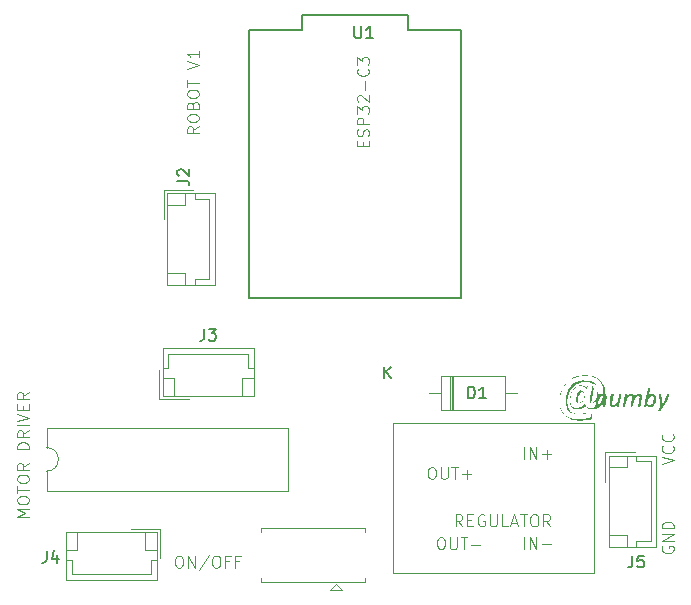
<source format=gto>
%TF.GenerationSoftware,KiCad,Pcbnew,8.0.8*%
%TF.CreationDate,2025-02-18T09:35:39+01:00*%
%TF.ProjectId,Robot,526f626f-742e-46b6-9963-61645f706362,rev?*%
%TF.SameCoordinates,Original*%
%TF.FileFunction,Legend,Top*%
%TF.FilePolarity,Positive*%
%FSLAX46Y46*%
G04 Gerber Fmt 4.6, Leading zero omitted, Abs format (unit mm)*
G04 Created by KiCad (PCBNEW 8.0.8) date 2025-02-18 09:35:39*
%MOMM*%
%LPD*%
G01*
G04 APERTURE LIST*
%ADD10C,0.100000*%
%ADD11C,0.150000*%
%ADD12C,0.000000*%
%ADD13C,0.120000*%
%ADD14C,0.127000*%
G04 APERTURE END LIST*
D10*
X90972419Y-113059001D02*
X90496228Y-113392334D01*
X90972419Y-113630429D02*
X89972419Y-113630429D01*
X89972419Y-113630429D02*
X89972419Y-113249477D01*
X89972419Y-113249477D02*
X90020038Y-113154239D01*
X90020038Y-113154239D02*
X90067657Y-113106620D01*
X90067657Y-113106620D02*
X90162895Y-113059001D01*
X90162895Y-113059001D02*
X90305752Y-113059001D01*
X90305752Y-113059001D02*
X90400990Y-113106620D01*
X90400990Y-113106620D02*
X90448609Y-113154239D01*
X90448609Y-113154239D02*
X90496228Y-113249477D01*
X90496228Y-113249477D02*
X90496228Y-113630429D01*
X89972419Y-112439953D02*
X89972419Y-112249477D01*
X89972419Y-112249477D02*
X90020038Y-112154239D01*
X90020038Y-112154239D02*
X90115276Y-112059001D01*
X90115276Y-112059001D02*
X90305752Y-112011382D01*
X90305752Y-112011382D02*
X90639085Y-112011382D01*
X90639085Y-112011382D02*
X90829561Y-112059001D01*
X90829561Y-112059001D02*
X90924800Y-112154239D01*
X90924800Y-112154239D02*
X90972419Y-112249477D01*
X90972419Y-112249477D02*
X90972419Y-112439953D01*
X90972419Y-112439953D02*
X90924800Y-112535191D01*
X90924800Y-112535191D02*
X90829561Y-112630429D01*
X90829561Y-112630429D02*
X90639085Y-112678048D01*
X90639085Y-112678048D02*
X90305752Y-112678048D01*
X90305752Y-112678048D02*
X90115276Y-112630429D01*
X90115276Y-112630429D02*
X90020038Y-112535191D01*
X90020038Y-112535191D02*
X89972419Y-112439953D01*
X90448609Y-111249477D02*
X90496228Y-111106620D01*
X90496228Y-111106620D02*
X90543847Y-111059001D01*
X90543847Y-111059001D02*
X90639085Y-111011382D01*
X90639085Y-111011382D02*
X90781942Y-111011382D01*
X90781942Y-111011382D02*
X90877180Y-111059001D01*
X90877180Y-111059001D02*
X90924800Y-111106620D01*
X90924800Y-111106620D02*
X90972419Y-111201858D01*
X90972419Y-111201858D02*
X90972419Y-111582810D01*
X90972419Y-111582810D02*
X89972419Y-111582810D01*
X89972419Y-111582810D02*
X89972419Y-111249477D01*
X89972419Y-111249477D02*
X90020038Y-111154239D01*
X90020038Y-111154239D02*
X90067657Y-111106620D01*
X90067657Y-111106620D02*
X90162895Y-111059001D01*
X90162895Y-111059001D02*
X90258133Y-111059001D01*
X90258133Y-111059001D02*
X90353371Y-111106620D01*
X90353371Y-111106620D02*
X90400990Y-111154239D01*
X90400990Y-111154239D02*
X90448609Y-111249477D01*
X90448609Y-111249477D02*
X90448609Y-111582810D01*
X89972419Y-110392334D02*
X89972419Y-110201858D01*
X89972419Y-110201858D02*
X90020038Y-110106620D01*
X90020038Y-110106620D02*
X90115276Y-110011382D01*
X90115276Y-110011382D02*
X90305752Y-109963763D01*
X90305752Y-109963763D02*
X90639085Y-109963763D01*
X90639085Y-109963763D02*
X90829561Y-110011382D01*
X90829561Y-110011382D02*
X90924800Y-110106620D01*
X90924800Y-110106620D02*
X90972419Y-110201858D01*
X90972419Y-110201858D02*
X90972419Y-110392334D01*
X90972419Y-110392334D02*
X90924800Y-110487572D01*
X90924800Y-110487572D02*
X90829561Y-110582810D01*
X90829561Y-110582810D02*
X90639085Y-110630429D01*
X90639085Y-110630429D02*
X90305752Y-110630429D01*
X90305752Y-110630429D02*
X90115276Y-110582810D01*
X90115276Y-110582810D02*
X90020038Y-110487572D01*
X90020038Y-110487572D02*
X89972419Y-110392334D01*
X89972419Y-109678048D02*
X89972419Y-109106620D01*
X90972419Y-109392334D02*
X89972419Y-109392334D01*
X89972419Y-108154238D02*
X90972419Y-107820905D01*
X90972419Y-107820905D02*
X89972419Y-107487572D01*
X90972419Y-106630429D02*
X90972419Y-107201857D01*
X90972419Y-106916143D02*
X89972419Y-106916143D01*
X89972419Y-106916143D02*
X90115276Y-107011381D01*
X90115276Y-107011381D02*
X90210514Y-107106619D01*
X90210514Y-107106619D02*
X90258133Y-107201857D01*
X130220038Y-148606620D02*
X130172419Y-148701858D01*
X130172419Y-148701858D02*
X130172419Y-148844715D01*
X130172419Y-148844715D02*
X130220038Y-148987572D01*
X130220038Y-148987572D02*
X130315276Y-149082810D01*
X130315276Y-149082810D02*
X130410514Y-149130429D01*
X130410514Y-149130429D02*
X130600990Y-149178048D01*
X130600990Y-149178048D02*
X130743847Y-149178048D01*
X130743847Y-149178048D02*
X130934323Y-149130429D01*
X130934323Y-149130429D02*
X131029561Y-149082810D01*
X131029561Y-149082810D02*
X131124800Y-148987572D01*
X131124800Y-148987572D02*
X131172419Y-148844715D01*
X131172419Y-148844715D02*
X131172419Y-148749477D01*
X131172419Y-148749477D02*
X131124800Y-148606620D01*
X131124800Y-148606620D02*
X131077180Y-148559001D01*
X131077180Y-148559001D02*
X130743847Y-148559001D01*
X130743847Y-148559001D02*
X130743847Y-148749477D01*
X131172419Y-148130429D02*
X130172419Y-148130429D01*
X130172419Y-148130429D02*
X131172419Y-147559001D01*
X131172419Y-147559001D02*
X130172419Y-147559001D01*
X131172419Y-147082810D02*
X130172419Y-147082810D01*
X130172419Y-147082810D02*
X130172419Y-146844715D01*
X130172419Y-146844715D02*
X130220038Y-146701858D01*
X130220038Y-146701858D02*
X130315276Y-146606620D01*
X130315276Y-146606620D02*
X130410514Y-146559001D01*
X130410514Y-146559001D02*
X130600990Y-146511382D01*
X130600990Y-146511382D02*
X130743847Y-146511382D01*
X130743847Y-146511382D02*
X130934323Y-146559001D01*
X130934323Y-146559001D02*
X131029561Y-146606620D01*
X131029561Y-146606620D02*
X131124800Y-146701858D01*
X131124800Y-146701858D02*
X131172419Y-146844715D01*
X131172419Y-146844715D02*
X131172419Y-147082810D01*
X104848609Y-114730429D02*
X104848609Y-114397096D01*
X105372419Y-114254239D02*
X105372419Y-114730429D01*
X105372419Y-114730429D02*
X104372419Y-114730429D01*
X104372419Y-114730429D02*
X104372419Y-114254239D01*
X105324800Y-113873286D02*
X105372419Y-113730429D01*
X105372419Y-113730429D02*
X105372419Y-113492334D01*
X105372419Y-113492334D02*
X105324800Y-113397096D01*
X105324800Y-113397096D02*
X105277180Y-113349477D01*
X105277180Y-113349477D02*
X105181942Y-113301858D01*
X105181942Y-113301858D02*
X105086704Y-113301858D01*
X105086704Y-113301858D02*
X104991466Y-113349477D01*
X104991466Y-113349477D02*
X104943847Y-113397096D01*
X104943847Y-113397096D02*
X104896228Y-113492334D01*
X104896228Y-113492334D02*
X104848609Y-113682810D01*
X104848609Y-113682810D02*
X104800990Y-113778048D01*
X104800990Y-113778048D02*
X104753371Y-113825667D01*
X104753371Y-113825667D02*
X104658133Y-113873286D01*
X104658133Y-113873286D02*
X104562895Y-113873286D01*
X104562895Y-113873286D02*
X104467657Y-113825667D01*
X104467657Y-113825667D02*
X104420038Y-113778048D01*
X104420038Y-113778048D02*
X104372419Y-113682810D01*
X104372419Y-113682810D02*
X104372419Y-113444715D01*
X104372419Y-113444715D02*
X104420038Y-113301858D01*
X105372419Y-112873286D02*
X104372419Y-112873286D01*
X104372419Y-112873286D02*
X104372419Y-112492334D01*
X104372419Y-112492334D02*
X104420038Y-112397096D01*
X104420038Y-112397096D02*
X104467657Y-112349477D01*
X104467657Y-112349477D02*
X104562895Y-112301858D01*
X104562895Y-112301858D02*
X104705752Y-112301858D01*
X104705752Y-112301858D02*
X104800990Y-112349477D01*
X104800990Y-112349477D02*
X104848609Y-112397096D01*
X104848609Y-112397096D02*
X104896228Y-112492334D01*
X104896228Y-112492334D02*
X104896228Y-112873286D01*
X104372419Y-111968524D02*
X104372419Y-111349477D01*
X104372419Y-111349477D02*
X104753371Y-111682810D01*
X104753371Y-111682810D02*
X104753371Y-111539953D01*
X104753371Y-111539953D02*
X104800990Y-111444715D01*
X104800990Y-111444715D02*
X104848609Y-111397096D01*
X104848609Y-111397096D02*
X104943847Y-111349477D01*
X104943847Y-111349477D02*
X105181942Y-111349477D01*
X105181942Y-111349477D02*
X105277180Y-111397096D01*
X105277180Y-111397096D02*
X105324800Y-111444715D01*
X105324800Y-111444715D02*
X105372419Y-111539953D01*
X105372419Y-111539953D02*
X105372419Y-111825667D01*
X105372419Y-111825667D02*
X105324800Y-111920905D01*
X105324800Y-111920905D02*
X105277180Y-111968524D01*
X104467657Y-110968524D02*
X104420038Y-110920905D01*
X104420038Y-110920905D02*
X104372419Y-110825667D01*
X104372419Y-110825667D02*
X104372419Y-110587572D01*
X104372419Y-110587572D02*
X104420038Y-110492334D01*
X104420038Y-110492334D02*
X104467657Y-110444715D01*
X104467657Y-110444715D02*
X104562895Y-110397096D01*
X104562895Y-110397096D02*
X104658133Y-110397096D01*
X104658133Y-110397096D02*
X104800990Y-110444715D01*
X104800990Y-110444715D02*
X105372419Y-111016143D01*
X105372419Y-111016143D02*
X105372419Y-110397096D01*
X104991466Y-109968524D02*
X104991466Y-109206620D01*
X105277180Y-108159001D02*
X105324800Y-108206620D01*
X105324800Y-108206620D02*
X105372419Y-108349477D01*
X105372419Y-108349477D02*
X105372419Y-108444715D01*
X105372419Y-108444715D02*
X105324800Y-108587572D01*
X105324800Y-108587572D02*
X105229561Y-108682810D01*
X105229561Y-108682810D02*
X105134323Y-108730429D01*
X105134323Y-108730429D02*
X104943847Y-108778048D01*
X104943847Y-108778048D02*
X104800990Y-108778048D01*
X104800990Y-108778048D02*
X104610514Y-108730429D01*
X104610514Y-108730429D02*
X104515276Y-108682810D01*
X104515276Y-108682810D02*
X104420038Y-108587572D01*
X104420038Y-108587572D02*
X104372419Y-108444715D01*
X104372419Y-108444715D02*
X104372419Y-108349477D01*
X104372419Y-108349477D02*
X104420038Y-108206620D01*
X104420038Y-108206620D02*
X104467657Y-108159001D01*
X104372419Y-107825667D02*
X104372419Y-107206620D01*
X104372419Y-107206620D02*
X104753371Y-107539953D01*
X104753371Y-107539953D02*
X104753371Y-107397096D01*
X104753371Y-107397096D02*
X104800990Y-107301858D01*
X104800990Y-107301858D02*
X104848609Y-107254239D01*
X104848609Y-107254239D02*
X104943847Y-107206620D01*
X104943847Y-107206620D02*
X105181942Y-107206620D01*
X105181942Y-107206620D02*
X105277180Y-107254239D01*
X105277180Y-107254239D02*
X105324800Y-107301858D01*
X105324800Y-107301858D02*
X105372419Y-107397096D01*
X105372419Y-107397096D02*
X105372419Y-107682810D01*
X105372419Y-107682810D02*
X105324800Y-107778048D01*
X105324800Y-107778048D02*
X105277180Y-107825667D01*
X89194360Y-149406733D02*
X89384836Y-149406733D01*
X89384836Y-149406733D02*
X89480074Y-149454352D01*
X89480074Y-149454352D02*
X89575312Y-149549590D01*
X89575312Y-149549590D02*
X89622931Y-149740066D01*
X89622931Y-149740066D02*
X89622931Y-150073399D01*
X89622931Y-150073399D02*
X89575312Y-150263875D01*
X89575312Y-150263875D02*
X89480074Y-150359114D01*
X89480074Y-150359114D02*
X89384836Y-150406733D01*
X89384836Y-150406733D02*
X89194360Y-150406733D01*
X89194360Y-150406733D02*
X89099122Y-150359114D01*
X89099122Y-150359114D02*
X89003884Y-150263875D01*
X89003884Y-150263875D02*
X88956265Y-150073399D01*
X88956265Y-150073399D02*
X88956265Y-149740066D01*
X88956265Y-149740066D02*
X89003884Y-149549590D01*
X89003884Y-149549590D02*
X89099122Y-149454352D01*
X89099122Y-149454352D02*
X89194360Y-149406733D01*
X90051503Y-150406733D02*
X90051503Y-149406733D01*
X90051503Y-149406733D02*
X90622931Y-150406733D01*
X90622931Y-150406733D02*
X90622931Y-149406733D01*
X91813407Y-149359114D02*
X90956265Y-150644828D01*
X92337217Y-149406733D02*
X92527693Y-149406733D01*
X92527693Y-149406733D02*
X92622931Y-149454352D01*
X92622931Y-149454352D02*
X92718169Y-149549590D01*
X92718169Y-149549590D02*
X92765788Y-149740066D01*
X92765788Y-149740066D02*
X92765788Y-150073399D01*
X92765788Y-150073399D02*
X92718169Y-150263875D01*
X92718169Y-150263875D02*
X92622931Y-150359114D01*
X92622931Y-150359114D02*
X92527693Y-150406733D01*
X92527693Y-150406733D02*
X92337217Y-150406733D01*
X92337217Y-150406733D02*
X92241979Y-150359114D01*
X92241979Y-150359114D02*
X92146741Y-150263875D01*
X92146741Y-150263875D02*
X92099122Y-150073399D01*
X92099122Y-150073399D02*
X92099122Y-149740066D01*
X92099122Y-149740066D02*
X92146741Y-149549590D01*
X92146741Y-149549590D02*
X92241979Y-149454352D01*
X92241979Y-149454352D02*
X92337217Y-149406733D01*
X93527693Y-149882923D02*
X93194360Y-149882923D01*
X93194360Y-150406733D02*
X93194360Y-149406733D01*
X93194360Y-149406733D02*
X93670550Y-149406733D01*
X94384836Y-149882923D02*
X94051503Y-149882923D01*
X94051503Y-150406733D02*
X94051503Y-149406733D01*
X94051503Y-149406733D02*
X94527693Y-149406733D01*
X130172419Y-141673286D02*
X131172419Y-141339953D01*
X131172419Y-141339953D02*
X130172419Y-141006620D01*
X131077180Y-140101858D02*
X131124800Y-140149477D01*
X131124800Y-140149477D02*
X131172419Y-140292334D01*
X131172419Y-140292334D02*
X131172419Y-140387572D01*
X131172419Y-140387572D02*
X131124800Y-140530429D01*
X131124800Y-140530429D02*
X131029561Y-140625667D01*
X131029561Y-140625667D02*
X130934323Y-140673286D01*
X130934323Y-140673286D02*
X130743847Y-140720905D01*
X130743847Y-140720905D02*
X130600990Y-140720905D01*
X130600990Y-140720905D02*
X130410514Y-140673286D01*
X130410514Y-140673286D02*
X130315276Y-140625667D01*
X130315276Y-140625667D02*
X130220038Y-140530429D01*
X130220038Y-140530429D02*
X130172419Y-140387572D01*
X130172419Y-140387572D02*
X130172419Y-140292334D01*
X130172419Y-140292334D02*
X130220038Y-140149477D01*
X130220038Y-140149477D02*
X130267657Y-140101858D01*
X131077180Y-139101858D02*
X131124800Y-139149477D01*
X131124800Y-139149477D02*
X131172419Y-139292334D01*
X131172419Y-139292334D02*
X131172419Y-139387572D01*
X131172419Y-139387572D02*
X131124800Y-139530429D01*
X131124800Y-139530429D02*
X131029561Y-139625667D01*
X131029561Y-139625667D02*
X130934323Y-139673286D01*
X130934323Y-139673286D02*
X130743847Y-139720905D01*
X130743847Y-139720905D02*
X130600990Y-139720905D01*
X130600990Y-139720905D02*
X130410514Y-139673286D01*
X130410514Y-139673286D02*
X130315276Y-139625667D01*
X130315276Y-139625667D02*
X130220038Y-139530429D01*
X130220038Y-139530429D02*
X130172419Y-139387572D01*
X130172419Y-139387572D02*
X130172419Y-139292334D01*
X130172419Y-139292334D02*
X130220038Y-139149477D01*
X130220038Y-139149477D02*
X130267657Y-139101858D01*
X113275312Y-146906733D02*
X112941979Y-146430542D01*
X112703884Y-146906733D02*
X112703884Y-145906733D01*
X112703884Y-145906733D02*
X113084836Y-145906733D01*
X113084836Y-145906733D02*
X113180074Y-145954352D01*
X113180074Y-145954352D02*
X113227693Y-146001971D01*
X113227693Y-146001971D02*
X113275312Y-146097209D01*
X113275312Y-146097209D02*
X113275312Y-146240066D01*
X113275312Y-146240066D02*
X113227693Y-146335304D01*
X113227693Y-146335304D02*
X113180074Y-146382923D01*
X113180074Y-146382923D02*
X113084836Y-146430542D01*
X113084836Y-146430542D02*
X112703884Y-146430542D01*
X113703884Y-146382923D02*
X114037217Y-146382923D01*
X114180074Y-146906733D02*
X113703884Y-146906733D01*
X113703884Y-146906733D02*
X113703884Y-145906733D01*
X113703884Y-145906733D02*
X114180074Y-145906733D01*
X115132455Y-145954352D02*
X115037217Y-145906733D01*
X115037217Y-145906733D02*
X114894360Y-145906733D01*
X114894360Y-145906733D02*
X114751503Y-145954352D01*
X114751503Y-145954352D02*
X114656265Y-146049590D01*
X114656265Y-146049590D02*
X114608646Y-146144828D01*
X114608646Y-146144828D02*
X114561027Y-146335304D01*
X114561027Y-146335304D02*
X114561027Y-146478161D01*
X114561027Y-146478161D02*
X114608646Y-146668637D01*
X114608646Y-146668637D02*
X114656265Y-146763875D01*
X114656265Y-146763875D02*
X114751503Y-146859114D01*
X114751503Y-146859114D02*
X114894360Y-146906733D01*
X114894360Y-146906733D02*
X114989598Y-146906733D01*
X114989598Y-146906733D02*
X115132455Y-146859114D01*
X115132455Y-146859114D02*
X115180074Y-146811494D01*
X115180074Y-146811494D02*
X115180074Y-146478161D01*
X115180074Y-146478161D02*
X114989598Y-146478161D01*
X115608646Y-145906733D02*
X115608646Y-146716256D01*
X115608646Y-146716256D02*
X115656265Y-146811494D01*
X115656265Y-146811494D02*
X115703884Y-146859114D01*
X115703884Y-146859114D02*
X115799122Y-146906733D01*
X115799122Y-146906733D02*
X115989598Y-146906733D01*
X115989598Y-146906733D02*
X116084836Y-146859114D01*
X116084836Y-146859114D02*
X116132455Y-146811494D01*
X116132455Y-146811494D02*
X116180074Y-146716256D01*
X116180074Y-146716256D02*
X116180074Y-145906733D01*
X117132455Y-146906733D02*
X116656265Y-146906733D01*
X116656265Y-146906733D02*
X116656265Y-145906733D01*
X117418170Y-146621018D02*
X117894360Y-146621018D01*
X117322932Y-146906733D02*
X117656265Y-145906733D01*
X117656265Y-145906733D02*
X117989598Y-146906733D01*
X118180075Y-145906733D02*
X118751503Y-145906733D01*
X118465789Y-146906733D02*
X118465789Y-145906733D01*
X119275313Y-145906733D02*
X119465789Y-145906733D01*
X119465789Y-145906733D02*
X119561027Y-145954352D01*
X119561027Y-145954352D02*
X119656265Y-146049590D01*
X119656265Y-146049590D02*
X119703884Y-146240066D01*
X119703884Y-146240066D02*
X119703884Y-146573399D01*
X119703884Y-146573399D02*
X119656265Y-146763875D01*
X119656265Y-146763875D02*
X119561027Y-146859114D01*
X119561027Y-146859114D02*
X119465789Y-146906733D01*
X119465789Y-146906733D02*
X119275313Y-146906733D01*
X119275313Y-146906733D02*
X119180075Y-146859114D01*
X119180075Y-146859114D02*
X119084837Y-146763875D01*
X119084837Y-146763875D02*
X119037218Y-146573399D01*
X119037218Y-146573399D02*
X119037218Y-146240066D01*
X119037218Y-146240066D02*
X119084837Y-146049590D01*
X119084837Y-146049590D02*
X119180075Y-145954352D01*
X119180075Y-145954352D02*
X119275313Y-145906733D01*
X120703884Y-146906733D02*
X120370551Y-146430542D01*
X120132456Y-146906733D02*
X120132456Y-145906733D01*
X120132456Y-145906733D02*
X120513408Y-145906733D01*
X120513408Y-145906733D02*
X120608646Y-145954352D01*
X120608646Y-145954352D02*
X120656265Y-146001971D01*
X120656265Y-146001971D02*
X120703884Y-146097209D01*
X120703884Y-146097209D02*
X120703884Y-146240066D01*
X120703884Y-146240066D02*
X120656265Y-146335304D01*
X120656265Y-146335304D02*
X120608646Y-146382923D01*
X120608646Y-146382923D02*
X120513408Y-146430542D01*
X120513408Y-146430542D02*
X120132456Y-146430542D01*
X76572419Y-146130429D02*
X75572419Y-146130429D01*
X75572419Y-146130429D02*
X76286704Y-145797096D01*
X76286704Y-145797096D02*
X75572419Y-145463763D01*
X75572419Y-145463763D02*
X76572419Y-145463763D01*
X75572419Y-144797096D02*
X75572419Y-144606620D01*
X75572419Y-144606620D02*
X75620038Y-144511382D01*
X75620038Y-144511382D02*
X75715276Y-144416144D01*
X75715276Y-144416144D02*
X75905752Y-144368525D01*
X75905752Y-144368525D02*
X76239085Y-144368525D01*
X76239085Y-144368525D02*
X76429561Y-144416144D01*
X76429561Y-144416144D02*
X76524800Y-144511382D01*
X76524800Y-144511382D02*
X76572419Y-144606620D01*
X76572419Y-144606620D02*
X76572419Y-144797096D01*
X76572419Y-144797096D02*
X76524800Y-144892334D01*
X76524800Y-144892334D02*
X76429561Y-144987572D01*
X76429561Y-144987572D02*
X76239085Y-145035191D01*
X76239085Y-145035191D02*
X75905752Y-145035191D01*
X75905752Y-145035191D02*
X75715276Y-144987572D01*
X75715276Y-144987572D02*
X75620038Y-144892334D01*
X75620038Y-144892334D02*
X75572419Y-144797096D01*
X75572419Y-144082810D02*
X75572419Y-143511382D01*
X76572419Y-143797096D02*
X75572419Y-143797096D01*
X75572419Y-142987572D02*
X75572419Y-142797096D01*
X75572419Y-142797096D02*
X75620038Y-142701858D01*
X75620038Y-142701858D02*
X75715276Y-142606620D01*
X75715276Y-142606620D02*
X75905752Y-142559001D01*
X75905752Y-142559001D02*
X76239085Y-142559001D01*
X76239085Y-142559001D02*
X76429561Y-142606620D01*
X76429561Y-142606620D02*
X76524800Y-142701858D01*
X76524800Y-142701858D02*
X76572419Y-142797096D01*
X76572419Y-142797096D02*
X76572419Y-142987572D01*
X76572419Y-142987572D02*
X76524800Y-143082810D01*
X76524800Y-143082810D02*
X76429561Y-143178048D01*
X76429561Y-143178048D02*
X76239085Y-143225667D01*
X76239085Y-143225667D02*
X75905752Y-143225667D01*
X75905752Y-143225667D02*
X75715276Y-143178048D01*
X75715276Y-143178048D02*
X75620038Y-143082810D01*
X75620038Y-143082810D02*
X75572419Y-142987572D01*
X76572419Y-141559001D02*
X76096228Y-141892334D01*
X76572419Y-142130429D02*
X75572419Y-142130429D01*
X75572419Y-142130429D02*
X75572419Y-141749477D01*
X75572419Y-141749477D02*
X75620038Y-141654239D01*
X75620038Y-141654239D02*
X75667657Y-141606620D01*
X75667657Y-141606620D02*
X75762895Y-141559001D01*
X75762895Y-141559001D02*
X75905752Y-141559001D01*
X75905752Y-141559001D02*
X76000990Y-141606620D01*
X76000990Y-141606620D02*
X76048609Y-141654239D01*
X76048609Y-141654239D02*
X76096228Y-141749477D01*
X76096228Y-141749477D02*
X76096228Y-142130429D01*
X76572419Y-140368524D02*
X75572419Y-140368524D01*
X75572419Y-140368524D02*
X75572419Y-140130429D01*
X75572419Y-140130429D02*
X75620038Y-139987572D01*
X75620038Y-139987572D02*
X75715276Y-139892334D01*
X75715276Y-139892334D02*
X75810514Y-139844715D01*
X75810514Y-139844715D02*
X76000990Y-139797096D01*
X76000990Y-139797096D02*
X76143847Y-139797096D01*
X76143847Y-139797096D02*
X76334323Y-139844715D01*
X76334323Y-139844715D02*
X76429561Y-139892334D01*
X76429561Y-139892334D02*
X76524800Y-139987572D01*
X76524800Y-139987572D02*
X76572419Y-140130429D01*
X76572419Y-140130429D02*
X76572419Y-140368524D01*
X76572419Y-138797096D02*
X76096228Y-139130429D01*
X76572419Y-139368524D02*
X75572419Y-139368524D01*
X75572419Y-139368524D02*
X75572419Y-138987572D01*
X75572419Y-138987572D02*
X75620038Y-138892334D01*
X75620038Y-138892334D02*
X75667657Y-138844715D01*
X75667657Y-138844715D02*
X75762895Y-138797096D01*
X75762895Y-138797096D02*
X75905752Y-138797096D01*
X75905752Y-138797096D02*
X76000990Y-138844715D01*
X76000990Y-138844715D02*
X76048609Y-138892334D01*
X76048609Y-138892334D02*
X76096228Y-138987572D01*
X76096228Y-138987572D02*
X76096228Y-139368524D01*
X76572419Y-138368524D02*
X75572419Y-138368524D01*
X75572419Y-138035191D02*
X76572419Y-137701858D01*
X76572419Y-137701858D02*
X75572419Y-137368525D01*
X76048609Y-137035191D02*
X76048609Y-136701858D01*
X76572419Y-136559001D02*
X76572419Y-137035191D01*
X76572419Y-137035191D02*
X75572419Y-137035191D01*
X75572419Y-137035191D02*
X75572419Y-136559001D01*
X76572419Y-135559001D02*
X76096228Y-135892334D01*
X76572419Y-136130429D02*
X75572419Y-136130429D01*
X75572419Y-136130429D02*
X75572419Y-135749477D01*
X75572419Y-135749477D02*
X75620038Y-135654239D01*
X75620038Y-135654239D02*
X75667657Y-135606620D01*
X75667657Y-135606620D02*
X75762895Y-135559001D01*
X75762895Y-135559001D02*
X75905752Y-135559001D01*
X75905752Y-135559001D02*
X76000990Y-135606620D01*
X76000990Y-135606620D02*
X76048609Y-135654239D01*
X76048609Y-135654239D02*
X76096228Y-135749477D01*
X76096228Y-135749477D02*
X76096228Y-136130429D01*
D11*
X78066666Y-148989133D02*
X78066666Y-149703418D01*
X78066666Y-149703418D02*
X78019047Y-149846275D01*
X78019047Y-149846275D02*
X77923809Y-149941514D01*
X77923809Y-149941514D02*
X77780952Y-149989133D01*
X77780952Y-149989133D02*
X77685714Y-149989133D01*
X78971428Y-149322466D02*
X78971428Y-149989133D01*
X78733333Y-148941514D02*
X78495238Y-149655799D01*
X78495238Y-149655799D02*
X79114285Y-149655799D01*
X113761905Y-136089133D02*
X113761905Y-135089133D01*
X113761905Y-135089133D02*
X114000000Y-135089133D01*
X114000000Y-135089133D02*
X114142857Y-135136752D01*
X114142857Y-135136752D02*
X114238095Y-135231990D01*
X114238095Y-135231990D02*
X114285714Y-135327228D01*
X114285714Y-135327228D02*
X114333333Y-135517704D01*
X114333333Y-135517704D02*
X114333333Y-135660561D01*
X114333333Y-135660561D02*
X114285714Y-135851037D01*
X114285714Y-135851037D02*
X114238095Y-135946275D01*
X114238095Y-135946275D02*
X114142857Y-136041514D01*
X114142857Y-136041514D02*
X114000000Y-136089133D01*
X114000000Y-136089133D02*
X113761905Y-136089133D01*
X115285714Y-136089133D02*
X114714286Y-136089133D01*
X115000000Y-136089133D02*
X115000000Y-135089133D01*
X115000000Y-135089133D02*
X114904762Y-135231990D01*
X114904762Y-135231990D02*
X114809524Y-135327228D01*
X114809524Y-135327228D02*
X114714286Y-135374847D01*
X106638095Y-134389133D02*
X106638095Y-133389133D01*
X107209523Y-134389133D02*
X106780952Y-133817704D01*
X107209523Y-133389133D02*
X106638095Y-133960561D01*
X91416666Y-130189133D02*
X91416666Y-130903418D01*
X91416666Y-130903418D02*
X91369047Y-131046275D01*
X91369047Y-131046275D02*
X91273809Y-131141514D01*
X91273809Y-131141514D02*
X91130952Y-131189133D01*
X91130952Y-131189133D02*
X91035714Y-131189133D01*
X91797619Y-130189133D02*
X92416666Y-130189133D01*
X92416666Y-130189133D02*
X92083333Y-130570085D01*
X92083333Y-130570085D02*
X92226190Y-130570085D01*
X92226190Y-130570085D02*
X92321428Y-130617704D01*
X92321428Y-130617704D02*
X92369047Y-130665323D01*
X92369047Y-130665323D02*
X92416666Y-130760561D01*
X92416666Y-130760561D02*
X92416666Y-130998656D01*
X92416666Y-130998656D02*
X92369047Y-131093894D01*
X92369047Y-131093894D02*
X92321428Y-131141514D01*
X92321428Y-131141514D02*
X92226190Y-131189133D01*
X92226190Y-131189133D02*
X91940476Y-131189133D01*
X91940476Y-131189133D02*
X91845238Y-131141514D01*
X91845238Y-131141514D02*
X91797619Y-131093894D01*
X127666666Y-149389133D02*
X127666666Y-150103418D01*
X127666666Y-150103418D02*
X127619047Y-150246275D01*
X127619047Y-150246275D02*
X127523809Y-150341514D01*
X127523809Y-150341514D02*
X127380952Y-150389133D01*
X127380952Y-150389133D02*
X127285714Y-150389133D01*
X128619047Y-149389133D02*
X128142857Y-149389133D01*
X128142857Y-149389133D02*
X128095238Y-149865323D01*
X128095238Y-149865323D02*
X128142857Y-149817704D01*
X128142857Y-149817704D02*
X128238095Y-149770085D01*
X128238095Y-149770085D02*
X128476190Y-149770085D01*
X128476190Y-149770085D02*
X128571428Y-149817704D01*
X128571428Y-149817704D02*
X128619047Y-149865323D01*
X128619047Y-149865323D02*
X128666666Y-149960561D01*
X128666666Y-149960561D02*
X128666666Y-150198656D01*
X128666666Y-150198656D02*
X128619047Y-150293894D01*
X128619047Y-150293894D02*
X128571428Y-150341514D01*
X128571428Y-150341514D02*
X128476190Y-150389133D01*
X128476190Y-150389133D02*
X128238095Y-150389133D01*
X128238095Y-150389133D02*
X128142857Y-150341514D01*
X128142857Y-150341514D02*
X128095238Y-150293894D01*
X89154819Y-117667647D02*
X89869104Y-117667647D01*
X89869104Y-117667647D02*
X90011961Y-117715266D01*
X90011961Y-117715266D02*
X90107200Y-117810504D01*
X90107200Y-117810504D02*
X90154819Y-117953361D01*
X90154819Y-117953361D02*
X90154819Y-118048599D01*
X89250057Y-117239075D02*
X89202438Y-117191456D01*
X89202438Y-117191456D02*
X89154819Y-117096218D01*
X89154819Y-117096218D02*
X89154819Y-116858123D01*
X89154819Y-116858123D02*
X89202438Y-116762885D01*
X89202438Y-116762885D02*
X89250057Y-116715266D01*
X89250057Y-116715266D02*
X89345295Y-116667647D01*
X89345295Y-116667647D02*
X89440533Y-116667647D01*
X89440533Y-116667647D02*
X89583390Y-116715266D01*
X89583390Y-116715266D02*
X90154819Y-117286694D01*
X90154819Y-117286694D02*
X90154819Y-116667647D01*
D10*
X111364360Y-147841733D02*
X111554836Y-147841733D01*
X111554836Y-147841733D02*
X111650074Y-147889352D01*
X111650074Y-147889352D02*
X111745312Y-147984590D01*
X111745312Y-147984590D02*
X111792931Y-148175066D01*
X111792931Y-148175066D02*
X111792931Y-148508399D01*
X111792931Y-148508399D02*
X111745312Y-148698875D01*
X111745312Y-148698875D02*
X111650074Y-148794114D01*
X111650074Y-148794114D02*
X111554836Y-148841733D01*
X111554836Y-148841733D02*
X111364360Y-148841733D01*
X111364360Y-148841733D02*
X111269122Y-148794114D01*
X111269122Y-148794114D02*
X111173884Y-148698875D01*
X111173884Y-148698875D02*
X111126265Y-148508399D01*
X111126265Y-148508399D02*
X111126265Y-148175066D01*
X111126265Y-148175066D02*
X111173884Y-147984590D01*
X111173884Y-147984590D02*
X111269122Y-147889352D01*
X111269122Y-147889352D02*
X111364360Y-147841733D01*
X112221503Y-147841733D02*
X112221503Y-148651256D01*
X112221503Y-148651256D02*
X112269122Y-148746494D01*
X112269122Y-148746494D02*
X112316741Y-148794114D01*
X112316741Y-148794114D02*
X112411979Y-148841733D01*
X112411979Y-148841733D02*
X112602455Y-148841733D01*
X112602455Y-148841733D02*
X112697693Y-148794114D01*
X112697693Y-148794114D02*
X112745312Y-148746494D01*
X112745312Y-148746494D02*
X112792931Y-148651256D01*
X112792931Y-148651256D02*
X112792931Y-147841733D01*
X113126265Y-147841733D02*
X113697693Y-147841733D01*
X113411979Y-148841733D02*
X113411979Y-147841733D01*
X114031027Y-148460780D02*
X114792932Y-148460780D01*
X118503884Y-141206733D02*
X118503884Y-140206733D01*
X118980074Y-141206733D02*
X118980074Y-140206733D01*
X118980074Y-140206733D02*
X119551502Y-141206733D01*
X119551502Y-141206733D02*
X119551502Y-140206733D01*
X120027693Y-140825780D02*
X120789598Y-140825780D01*
X120408645Y-141206733D02*
X120408645Y-140444828D01*
X118503884Y-148806733D02*
X118503884Y-147806733D01*
X118980074Y-148806733D02*
X118980074Y-147806733D01*
X118980074Y-147806733D02*
X119551502Y-148806733D01*
X119551502Y-148806733D02*
X119551502Y-147806733D01*
X120027693Y-148425780D02*
X120789598Y-148425780D01*
X110594360Y-141906733D02*
X110784836Y-141906733D01*
X110784836Y-141906733D02*
X110880074Y-141954352D01*
X110880074Y-141954352D02*
X110975312Y-142049590D01*
X110975312Y-142049590D02*
X111022931Y-142240066D01*
X111022931Y-142240066D02*
X111022931Y-142573399D01*
X111022931Y-142573399D02*
X110975312Y-142763875D01*
X110975312Y-142763875D02*
X110880074Y-142859114D01*
X110880074Y-142859114D02*
X110784836Y-142906733D01*
X110784836Y-142906733D02*
X110594360Y-142906733D01*
X110594360Y-142906733D02*
X110499122Y-142859114D01*
X110499122Y-142859114D02*
X110403884Y-142763875D01*
X110403884Y-142763875D02*
X110356265Y-142573399D01*
X110356265Y-142573399D02*
X110356265Y-142240066D01*
X110356265Y-142240066D02*
X110403884Y-142049590D01*
X110403884Y-142049590D02*
X110499122Y-141954352D01*
X110499122Y-141954352D02*
X110594360Y-141906733D01*
X111451503Y-141906733D02*
X111451503Y-142716256D01*
X111451503Y-142716256D02*
X111499122Y-142811494D01*
X111499122Y-142811494D02*
X111546741Y-142859114D01*
X111546741Y-142859114D02*
X111641979Y-142906733D01*
X111641979Y-142906733D02*
X111832455Y-142906733D01*
X111832455Y-142906733D02*
X111927693Y-142859114D01*
X111927693Y-142859114D02*
X111975312Y-142811494D01*
X111975312Y-142811494D02*
X112022931Y-142716256D01*
X112022931Y-142716256D02*
X112022931Y-141906733D01*
X112356265Y-141906733D02*
X112927693Y-141906733D01*
X112641979Y-142906733D02*
X112641979Y-141906733D01*
X113261027Y-142525780D02*
X114022932Y-142525780D01*
X113641979Y-142906733D02*
X113641979Y-142144828D01*
D11*
X104138095Y-104589133D02*
X104138095Y-105398656D01*
X104138095Y-105398656D02*
X104185714Y-105493894D01*
X104185714Y-105493894D02*
X104233333Y-105541514D01*
X104233333Y-105541514D02*
X104328571Y-105589133D01*
X104328571Y-105589133D02*
X104519047Y-105589133D01*
X104519047Y-105589133D02*
X104614285Y-105541514D01*
X104614285Y-105541514D02*
X104661904Y-105493894D01*
X104661904Y-105493894D02*
X104709523Y-105398656D01*
X104709523Y-105398656D02*
X104709523Y-104589133D01*
X105709523Y-105589133D02*
X105138095Y-105589133D01*
X105423809Y-105589133D02*
X105423809Y-104589133D01*
X105423809Y-104589133D02*
X105328571Y-104731990D01*
X105328571Y-104731990D02*
X105233333Y-104827228D01*
X105233333Y-104827228D02*
X105138095Y-104874847D01*
D12*
%TO.C,G*%
G36*
X123430293Y-135415765D02*
G01*
X123507858Y-135448339D01*
X123575239Y-135510579D01*
X123637978Y-135601237D01*
X123683870Y-135677025D01*
X123634718Y-135933047D01*
X123612806Y-136043295D01*
X123594424Y-136120666D01*
X123575760Y-136174965D01*
X123552998Y-136215996D01*
X123522326Y-136253563D01*
X123501521Y-136275460D01*
X123383441Y-136378011D01*
X123265165Y-136444921D01*
X123151280Y-136474176D01*
X123062139Y-136468126D01*
X122997305Y-136431314D01*
X122949351Y-136359865D01*
X122937477Y-136320016D01*
X123041487Y-136320016D01*
X123047498Y-136367639D01*
X123061346Y-136419613D01*
X123085791Y-136441349D01*
X123135368Y-136445738D01*
X123135547Y-136445738D01*
X123204203Y-136439627D01*
X123261809Y-136425639D01*
X123303020Y-136401260D01*
X123362773Y-136355563D01*
X123429002Y-136297865D01*
X123437103Y-136290302D01*
X123559533Y-136175065D01*
X123602188Y-135947742D01*
X123623748Y-135830609D01*
X123636846Y-135747851D01*
X123641242Y-135691321D01*
X123636698Y-135652872D01*
X123622975Y-135624361D01*
X123599834Y-135597639D01*
X123591691Y-135589426D01*
X123518739Y-135543905D01*
X123434090Y-135535525D01*
X123344969Y-135562468D01*
X123258601Y-135622920D01*
X123201161Y-135687549D01*
X123145692Y-135786084D01*
X123098712Y-135913106D01*
X123063499Y-136054106D01*
X123043332Y-136194579D01*
X123041487Y-136320016D01*
X122937477Y-136320016D01*
X122919446Y-136259500D01*
X122908760Y-136135939D01*
X122918461Y-135994902D01*
X122941109Y-135875708D01*
X122979046Y-135741500D01*
X123022538Y-135638837D01*
X123077748Y-135555960D01*
X123145297Y-135486077D01*
X123205857Y-135437118D01*
X123258108Y-135413311D01*
X123321342Y-135406432D01*
X123332347Y-135406352D01*
X123430293Y-135415765D01*
G37*
G36*
X123863729Y-134130266D02*
G01*
X124121361Y-134160928D01*
X124346335Y-134212804D01*
X124545191Y-134288692D01*
X124724466Y-134391390D01*
X124890701Y-134523695D01*
X124974494Y-134605471D01*
X125101410Y-134750038D01*
X125197341Y-134892038D01*
X125266519Y-135041481D01*
X125313176Y-135208380D01*
X125341543Y-135402746D01*
X125348753Y-135490978D01*
X125356147Y-135587553D01*
X125364779Y-135651565D01*
X125377861Y-135693713D01*
X125398605Y-135724699D01*
X125427281Y-135752601D01*
X125468309Y-135797489D01*
X125490587Y-135849475D01*
X125501694Y-135926419D01*
X125501851Y-135928300D01*
X125501407Y-135994838D01*
X125492786Y-136087658D01*
X125477637Y-136198295D01*
X125457608Y-136318282D01*
X125434348Y-136439152D01*
X125409506Y-136552438D01*
X125384730Y-136649674D01*
X125361670Y-136722392D01*
X125341973Y-136762127D01*
X125338900Y-136765133D01*
X125319193Y-136787629D01*
X125324292Y-136795168D01*
X125367716Y-136798408D01*
X125438253Y-136800357D01*
X125527132Y-136801126D01*
X125625584Y-136800827D01*
X125724838Y-136799573D01*
X125731582Y-136799418D01*
X126033986Y-136799418D01*
X126036959Y-136812291D01*
X126048422Y-136813854D01*
X126066246Y-136805931D01*
X126062858Y-136799418D01*
X126037160Y-136796827D01*
X126033986Y-136799418D01*
X125731582Y-136799418D01*
X125816125Y-136797475D01*
X125890675Y-136794646D01*
X125898780Y-136794076D01*
X126103717Y-136794076D01*
X126128242Y-136800928D01*
X126184180Y-136805156D01*
X126259672Y-136805888D01*
X126263533Y-136805822D01*
X126344426Y-136801678D01*
X126388503Y-136793286D01*
X126393797Y-136782456D01*
X126378486Y-136747033D01*
X126373231Y-136701700D01*
X126373231Y-136641515D01*
X126280272Y-136707039D01*
X126217949Y-136745567D01*
X126162512Y-136770877D01*
X126141022Y-136776049D01*
X126108143Y-136784330D01*
X126103717Y-136794076D01*
X125898780Y-136794076D01*
X125939717Y-136791197D01*
X125954482Y-136787241D01*
X125954307Y-136787118D01*
X125910620Y-136772293D01*
X125895206Y-136770878D01*
X125857767Y-136755835D01*
X125813461Y-136719805D01*
X125810894Y-136717118D01*
X125780273Y-136674197D01*
X125761104Y-136619156D01*
X125753422Y-136546548D01*
X125757261Y-136450927D01*
X125772658Y-136326847D01*
X125799648Y-136168861D01*
X125814962Y-136088449D01*
X125886646Y-135720333D01*
X125989188Y-135713733D01*
X126048986Y-135711516D01*
X126085939Y-135713287D01*
X126091730Y-135715768D01*
X126087640Y-135738879D01*
X126076366Y-135796875D01*
X126059402Y-135882214D01*
X126038241Y-135987352D01*
X126026108Y-136047176D01*
X125992652Y-136219242D01*
X125970757Y-136353817D01*
X125960866Y-136455266D01*
X125963420Y-136527955D01*
X125978862Y-136576248D01*
X126007634Y-136604511D01*
X126050178Y-136617110D01*
X126084038Y-136618969D01*
X126140773Y-136609601D01*
X126143359Y-136608142D01*
X126373231Y-136608142D01*
X126384058Y-136618969D01*
X126394884Y-136608142D01*
X126384058Y-136597315D01*
X126373231Y-136608142D01*
X126143359Y-136608142D01*
X126198741Y-136576901D01*
X126252698Y-136531366D01*
X126318659Y-136462203D01*
X126370346Y-136385918D01*
X126411951Y-136293321D01*
X126447661Y-136175220D01*
X126479287Y-136034286D01*
X126499404Y-135935261D01*
X126517341Y-135847936D01*
X126530756Y-135783659D01*
X126536254Y-135758227D01*
X126549364Y-135727820D01*
X126578864Y-135713446D01*
X126637373Y-135709537D01*
X126646664Y-135709506D01*
X126706866Y-135711341D01*
X126733832Y-135720560D01*
X126737597Y-135742731D01*
X126734441Y-135758227D01*
X126726970Y-135793280D01*
X126712606Y-135863884D01*
X126692740Y-135963081D01*
X126668763Y-136083913D01*
X126642065Y-136219425D01*
X126631655Y-136272507D01*
X126602309Y-136416696D01*
X126574405Y-136543255D01*
X126549389Y-136646322D01*
X126528704Y-136720037D01*
X126513795Y-136758538D01*
X126510984Y-136762107D01*
X126485717Y-136786822D01*
X126481515Y-136794587D01*
X126501692Y-136798156D01*
X126556272Y-136801246D01*
X126636353Y-136803479D01*
X126711133Y-136804383D01*
X126812510Y-136804235D01*
X126876158Y-136801838D01*
X126907632Y-136796429D01*
X126912484Y-136787244D01*
X126902817Y-136778013D01*
X126901371Y-136776630D01*
X126960353Y-136776630D01*
X126963492Y-136783753D01*
X126987690Y-136790680D01*
X127044430Y-136796165D01*
X127124062Y-136800130D01*
X127216933Y-136802493D01*
X127313392Y-136803174D01*
X127325662Y-136803027D01*
X127607502Y-136803027D01*
X127618329Y-136813854D01*
X127629156Y-136803027D01*
X127618329Y-136792200D01*
X127607502Y-136803027D01*
X127325662Y-136803027D01*
X127403787Y-136802091D01*
X127478466Y-136799165D01*
X127527777Y-136794315D01*
X127542538Y-136788591D01*
X127536398Y-136781373D01*
X127564194Y-136781373D01*
X127575021Y-136792200D01*
X127585848Y-136781373D01*
X127582576Y-136778101D01*
X127664359Y-136778101D01*
X127665699Y-136788903D01*
X127688930Y-136796075D01*
X127739191Y-136800337D01*
X127821621Y-136802411D01*
X127941360Y-136803018D01*
X127965295Y-136803027D01*
X128084568Y-136801682D01*
X128161781Y-136797670D01*
X128196521Y-136791028D01*
X128192660Y-136783478D01*
X128157698Y-136757581D01*
X128148849Y-136738135D01*
X128152969Y-136708774D01*
X128164317Y-136645102D01*
X128181373Y-136555224D01*
X128202619Y-136447243D01*
X128213810Y-136391603D01*
X128236852Y-136273205D01*
X128256298Y-136164458D01*
X128270556Y-136074955D01*
X128278035Y-136014290D01*
X128278772Y-136000002D01*
X128264123Y-135924319D01*
X128224185Y-135878867D01*
X128164965Y-135863945D01*
X128092474Y-135879853D01*
X128012720Y-135926890D01*
X127950933Y-135983660D01*
X127895394Y-136054084D01*
X127850350Y-136137836D01*
X127812576Y-136243232D01*
X127778845Y-136378589D01*
X127759100Y-136478219D01*
X127736830Y-136586992D01*
X127714374Y-136676323D01*
X127694004Y-136738056D01*
X127679771Y-136762946D01*
X127664359Y-136778101D01*
X127582576Y-136778101D01*
X127575021Y-136770546D01*
X127564194Y-136781373D01*
X127536398Y-136781373D01*
X127525925Y-136769062D01*
X127520500Y-136766809D01*
X127515724Y-136743089D01*
X127521017Y-136680997D01*
X127535903Y-136584166D01*
X127559905Y-136456228D01*
X127563808Y-136436818D01*
X127598024Y-136255483D01*
X127619169Y-136112768D01*
X127627429Y-136006061D01*
X127622992Y-135932753D01*
X127606045Y-135890233D01*
X127603171Y-135887068D01*
X127550029Y-135862055D01*
X127480335Y-135867779D01*
X127403989Y-135900687D01*
X127330891Y-135957226D01*
X127295289Y-135997589D01*
X127239091Y-136083939D01*
X127192500Y-136186036D01*
X127152286Y-136312628D01*
X127115216Y-136472463D01*
X127109722Y-136499873D01*
X127080459Y-136630082D01*
X127051639Y-136719299D01*
X127022135Y-136769811D01*
X126990819Y-136783907D01*
X126973003Y-136777334D01*
X126960353Y-136776630D01*
X126901371Y-136776630D01*
X126891444Y-136767132D01*
X126884362Y-136750487D01*
X126882195Y-136722873D01*
X126885567Y-136679086D01*
X126895103Y-136613923D01*
X126911425Y-136522180D01*
X126935160Y-136398653D01*
X126966931Y-136238139D01*
X126968573Y-136229896D01*
X127072248Y-135709506D01*
X127158650Y-135709506D01*
X127213706Y-135711314D01*
X127236221Y-135723925D01*
X127236960Y-135758124D01*
X127232972Y-135783945D01*
X127220893Y-135858385D01*
X127317249Y-135784834D01*
X127433378Y-135716849D01*
X127552850Y-135690015D01*
X127646606Y-135695311D01*
X127721159Y-135722882D01*
X127782589Y-135773358D01*
X127818970Y-135835221D01*
X127824040Y-135866685D01*
X127827161Y-135890555D01*
X127841348Y-135890665D01*
X127873841Y-135864105D01*
X127905243Y-135834054D01*
X128003393Y-135757952D01*
X128108417Y-135709574D01*
X128212679Y-135689385D01*
X128308540Y-135697847D01*
X128388363Y-135735424D01*
X128443890Y-135801370D01*
X128463495Y-135852808D01*
X128473374Y-135916788D01*
X128473182Y-135999099D01*
X128462574Y-136105525D01*
X128441206Y-136241855D01*
X128408732Y-136413874D01*
X128406831Y-136423412D01*
X128380470Y-136553042D01*
X128359975Y-136646022D01*
X128343406Y-136708298D01*
X128328827Y-136745820D01*
X128314298Y-136764536D01*
X128297881Y-136770393D01*
X128293708Y-136770546D01*
X128264967Y-136776418D01*
X128265002Y-136785648D01*
X128291597Y-136791917D01*
X128351976Y-136797241D01*
X128436614Y-136800986D01*
X128517063Y-136802432D01*
X128627149Y-136801657D01*
X128695431Y-136797509D01*
X128721375Y-136790037D01*
X128716695Y-136784136D01*
X128702571Y-136776394D01*
X128781064Y-136776394D01*
X128791877Y-136787670D01*
X128825594Y-136796182D01*
X128888744Y-136802500D01*
X128965108Y-136805206D01*
X129112446Y-136806281D01*
X129104386Y-136803027D01*
X129166581Y-136803027D01*
X129177408Y-136813854D01*
X129188235Y-136803027D01*
X129177408Y-136792200D01*
X129166581Y-136803027D01*
X129104386Y-136803027D01*
X129036658Y-136775683D01*
X128971917Y-136742921D01*
X128917565Y-136704895D01*
X128914814Y-136702411D01*
X128881514Y-136674225D01*
X128865954Y-136678459D01*
X128854853Y-136715142D01*
X128830885Y-136758615D01*
X128803466Y-136770878D01*
X128781064Y-136776394D01*
X128702571Y-136776394D01*
X128683490Y-136765935D01*
X128674290Y-136760470D01*
X128675287Y-136737732D01*
X128684556Y-136678545D01*
X128700870Y-136588712D01*
X128718761Y-136496013D01*
X128921383Y-136496013D01*
X128990189Y-136557491D01*
X129052724Y-136601227D01*
X129121739Y-136617838D01*
X129155053Y-136618969D01*
X129220557Y-136613756D01*
X129269922Y-136592047D01*
X129323187Y-136544738D01*
X129326975Y-136540856D01*
X129404368Y-136431657D01*
X129455767Y-136293325D01*
X129478686Y-136133098D01*
X129479656Y-136096197D01*
X129470798Y-135983668D01*
X129441935Y-135908366D01*
X129392126Y-135868633D01*
X129346208Y-135861083D01*
X129252166Y-135881856D01*
X129162671Y-135940649D01*
X129081955Y-136032177D01*
X129014249Y-136151154D01*
X128963785Y-136292294D01*
X128948589Y-136357725D01*
X128921383Y-136496013D01*
X128718761Y-136496013D01*
X128723002Y-136474036D01*
X128749724Y-136340320D01*
X128779808Y-136193368D01*
X128812028Y-136038984D01*
X128845154Y-135882970D01*
X128877961Y-135731130D01*
X128909219Y-135589267D01*
X128937703Y-135463184D01*
X128962184Y-135358686D01*
X128981434Y-135281575D01*
X128994227Y-135237655D01*
X128998073Y-135229744D01*
X129044859Y-135214375D01*
X129099800Y-135213581D01*
X129143820Y-135226127D01*
X129157245Y-135240026D01*
X129156934Y-135270689D01*
X129148496Y-135335037D01*
X129133293Y-135424499D01*
X129112689Y-135530505D01*
X129105712Y-135563998D01*
X129043221Y-135859411D01*
X129110314Y-135802831D01*
X129217859Y-135732488D01*
X129328653Y-135695683D01*
X129435649Y-135691730D01*
X129531797Y-135719942D01*
X129610051Y-135779633D01*
X129657882Y-135856144D01*
X129684823Y-135964558D01*
X129689005Y-136096373D01*
X129672422Y-136239458D01*
X129637073Y-136381679D01*
X129584953Y-136510903D01*
X129537000Y-136590700D01*
X129467842Y-136667799D01*
X129386848Y-136730426D01*
X129306902Y-136769687D01*
X129265157Y-136778309D01*
X129228631Y-136784459D01*
X129220726Y-136792200D01*
X129242731Y-136794755D01*
X129299830Y-136796825D01*
X129383808Y-136798384D01*
X129486454Y-136799410D01*
X129599556Y-136799878D01*
X129714899Y-136799764D01*
X129824273Y-136799045D01*
X129919463Y-136797697D01*
X129992259Y-136795695D01*
X130016496Y-136794517D01*
X130033259Y-136790998D01*
X130042903Y-136781373D01*
X130162659Y-136781373D01*
X130173486Y-136792200D01*
X130184313Y-136781373D01*
X130173486Y-136770546D01*
X130162659Y-136781373D01*
X130042903Y-136781373D01*
X130044717Y-136779563D01*
X130050536Y-136755357D01*
X130050381Y-136713522D01*
X130043918Y-136649204D01*
X130030812Y-136557544D01*
X130010728Y-136433687D01*
X129983333Y-136272777D01*
X129978702Y-136245902D01*
X129950162Y-136080719D01*
X129928710Y-135953381D01*
X129914522Y-135858982D01*
X129907774Y-135792613D01*
X129908640Y-135749368D01*
X129917295Y-135724339D01*
X129933916Y-135712620D01*
X129958675Y-135709303D01*
X129991750Y-135709481D01*
X129997845Y-135709506D01*
X130030643Y-135708401D01*
X130055383Y-135708636D01*
X130074052Y-135715539D01*
X130088640Y-135734434D01*
X130101136Y-135770649D01*
X130113527Y-135829509D01*
X130127802Y-135916341D01*
X130145950Y-136036472D01*
X130163570Y-136153411D01*
X130181313Y-136266047D01*
X130198134Y-136365632D01*
X130212426Y-136443150D01*
X130222583Y-136489586D01*
X130224620Y-136496204D01*
X130241360Y-136502088D01*
X130270855Y-136472186D01*
X130310690Y-136411278D01*
X130358455Y-136324144D01*
X130411734Y-136215562D01*
X130468116Y-136090312D01*
X130525187Y-135953173D01*
X130580534Y-135808925D01*
X130602675Y-135747400D01*
X130624152Y-135722159D01*
X130671918Y-135710958D01*
X130714154Y-135709506D01*
X130772499Y-135713940D01*
X130807640Y-135725165D01*
X130812276Y-135731976D01*
X130804197Y-135765428D01*
X130782525Y-135828810D01*
X130751108Y-135912410D01*
X130713791Y-136006518D01*
X130674421Y-136101422D01*
X130636847Y-136187412D01*
X130606150Y-136252331D01*
X130563121Y-136332257D01*
X130510111Y-136422625D01*
X130452086Y-136515922D01*
X130394013Y-136604637D01*
X130340856Y-136681260D01*
X130297583Y-136738280D01*
X130269160Y-136768186D01*
X130263289Y-136770878D01*
X130251328Y-136777133D01*
X130264709Y-136787898D01*
X130295832Y-136794269D01*
X130360482Y-136798949D01*
X130448894Y-136801459D01*
X130540900Y-136801462D01*
X130654376Y-136801319D01*
X130728214Y-136804466D01*
X130765982Y-136811228D01*
X130771249Y-136821929D01*
X130770923Y-136822336D01*
X130738759Y-136833661D01*
X130666246Y-136840821D01*
X130556162Y-136843606D01*
X130491719Y-136843339D01*
X130232423Y-136840344D01*
X130130354Y-136979355D01*
X130065287Y-137066558D01*
X130017714Y-137124362D01*
X129980194Y-137158781D01*
X129945287Y-137175826D01*
X129905553Y-137181509D01*
X129879612Y-137181970D01*
X129826144Y-137177366D01*
X129800325Y-137160459D01*
X129802685Y-137126607D01*
X129833751Y-137071168D01*
X129894053Y-136989499D01*
X129902813Y-136978308D01*
X129966132Y-136894832D01*
X130001952Y-136840724D01*
X130009794Y-136816874D01*
X129989178Y-136824172D01*
X129984015Y-136827715D01*
X129959003Y-136830292D01*
X129893114Y-136832684D01*
X129788779Y-136834876D01*
X129648429Y-136836853D01*
X129474494Y-136838602D01*
X129269405Y-136840107D01*
X129035593Y-136841354D01*
X128775489Y-136842328D01*
X128491522Y-136843015D01*
X128186125Y-136843400D01*
X127861728Y-136843469D01*
X127520760Y-136843207D01*
X127423444Y-136843073D01*
X124889940Y-136839267D01*
X124738363Y-136913543D01*
X124579725Y-136974114D01*
X124411540Y-137008190D01*
X124244414Y-137015307D01*
X124088954Y-136995003D01*
X123957222Y-136947579D01*
X123891538Y-136904545D01*
X123820908Y-136845346D01*
X123789980Y-136814461D01*
X123707753Y-136725619D01*
X123622647Y-136798467D01*
X123476739Y-136900176D01*
X123317589Y-136970360D01*
X123152900Y-137007684D01*
X122990372Y-137010812D01*
X122837707Y-136978410D01*
X122764903Y-136947141D01*
X122673353Y-136883958D01*
X122580460Y-136793282D01*
X122498686Y-136688669D01*
X122449746Y-136604267D01*
X122429148Y-136556932D01*
X122415125Y-136510037D01*
X122406474Y-136453895D01*
X122401989Y-136378815D01*
X122400467Y-136275109D01*
X122400446Y-136211714D01*
X122414924Y-136211714D01*
X122421773Y-136361003D01*
X122450205Y-136493099D01*
X122501624Y-136618919D01*
X122504122Y-136623864D01*
X122547665Y-136702110D01*
X122589456Y-136753987D01*
X122642939Y-136793677D01*
X122689130Y-136819036D01*
X122826947Y-136866787D01*
X122979852Y-136879314D01*
X123137016Y-136856091D01*
X123180839Y-136842933D01*
X123286755Y-136797916D01*
X123397304Y-136735616D01*
X123496022Y-136666192D01*
X123556587Y-136611083D01*
X123608954Y-136565209D01*
X123646376Y-136559127D01*
X123670864Y-136592782D01*
X123675284Y-136607729D01*
X123709732Y-136674708D01*
X123773854Y-136743651D01*
X123855861Y-136804015D01*
X123939034Y-136843620D01*
X124015694Y-136862284D01*
X124106456Y-136873195D01*
X124202191Y-136876776D01*
X124293767Y-136873447D01*
X124372054Y-136863632D01*
X124427923Y-136847752D01*
X124452241Y-136826229D01*
X124452298Y-136819898D01*
X124464438Y-136799499D01*
X124473952Y-136798159D01*
X124516929Y-136796953D01*
X124543478Y-136794953D01*
X124572220Y-136789006D01*
X124565526Y-136781373D01*
X124619266Y-136781373D01*
X124630093Y-136792200D01*
X124640920Y-136781373D01*
X124705882Y-136781373D01*
X124716709Y-136792200D01*
X124727536Y-136781373D01*
X124722127Y-136775964D01*
X124881826Y-136775964D01*
X124884529Y-136783441D01*
X124910132Y-136792072D01*
X124968785Y-136798990D01*
X125050235Y-136803212D01*
X125099000Y-136804020D01*
X125191112Y-136803589D01*
X125243960Y-136800806D01*
X125261550Y-136795098D01*
X125247890Y-136785891D01*
X125241815Y-136783599D01*
X125213357Y-136772000D01*
X125195175Y-136756608D01*
X125186905Y-136730157D01*
X125188184Y-136685383D01*
X125198648Y-136615020D01*
X125217934Y-136511804D01*
X125226102Y-136469658D01*
X125243043Y-136376242D01*
X125254708Y-136299507D01*
X125259821Y-136248759D01*
X125258517Y-136233270D01*
X125248531Y-136239661D01*
X125247212Y-136252658D01*
X125236528Y-136296070D01*
X125208350Y-136364609D01*
X125168446Y-136446871D01*
X125122585Y-136531453D01*
X125076533Y-136606951D01*
X125046827Y-136648857D01*
X124989157Y-136721100D01*
X124950605Y-136763887D01*
X124924814Y-136782780D01*
X124905424Y-136783344D01*
X124897587Y-136779408D01*
X124881826Y-136775964D01*
X124722127Y-136775964D01*
X124716709Y-136770546D01*
X124705882Y-136781373D01*
X124640920Y-136781373D01*
X124630093Y-136770546D01*
X124619266Y-136781373D01*
X124565526Y-136781373D01*
X124560508Y-136775652D01*
X124552785Y-136770991D01*
X124539867Y-136759008D01*
X124533774Y-136737282D01*
X124535050Y-136700424D01*
X124727536Y-136700424D01*
X124740956Y-136699142D01*
X124775619Y-136673231D01*
X124823131Y-136629638D01*
X124864097Y-136587409D01*
X124934002Y-136495947D01*
X125005100Y-136375980D01*
X125070231Y-136241500D01*
X125096518Y-136173260D01*
X125270592Y-136173260D01*
X125274573Y-136201346D01*
X125281965Y-136201681D01*
X125287134Y-136172699D01*
X125283675Y-136160178D01*
X125274060Y-136151975D01*
X125270592Y-136173260D01*
X125096518Y-136173260D01*
X125122237Y-136106496D01*
X125139411Y-136049441D01*
X125159369Y-135969179D01*
X125171889Y-135906032D01*
X125174972Y-135870630D01*
X125173738Y-135866991D01*
X125143410Y-135864275D01*
X125093133Y-135884846D01*
X125034394Y-135922198D01*
X124978680Y-135969828D01*
X124963494Y-135986033D01*
X124908819Y-136058420D01*
X124864182Y-136142857D01*
X124826066Y-136248223D01*
X124790957Y-136383396D01*
X124772951Y-136467287D01*
X124754216Y-136560081D01*
X124739240Y-136636044D01*
X124729838Y-136685856D01*
X124727536Y-136700424D01*
X124535050Y-136700424D01*
X124535105Y-136698836D01*
X124544457Y-136636690D01*
X124562428Y-136543865D01*
X124579159Y-136463082D01*
X124607164Y-136327340D01*
X124625667Y-136230925D01*
X124634736Y-136170926D01*
X124634438Y-136144435D01*
X124624841Y-136148541D01*
X124606012Y-136180334D01*
X124584759Y-136222901D01*
X124508671Y-136342788D01*
X124415261Y-136425739D01*
X124328957Y-136464071D01*
X124227366Y-136474980D01*
X124145264Y-136449453D01*
X124087455Y-136391014D01*
X124058739Y-136303185D01*
X124056449Y-136264173D01*
X124060525Y-136218659D01*
X124071893Y-136137560D01*
X124089415Y-136027772D01*
X124111956Y-135896191D01*
X124138382Y-135749713D01*
X124161052Y-135629064D01*
X124188823Y-135480313D01*
X124212745Y-135345255D01*
X124231876Y-135229807D01*
X124245272Y-135139886D01*
X124251988Y-135081411D01*
X124251686Y-135060757D01*
X124224215Y-135046950D01*
X124167120Y-135033997D01*
X124109189Y-135026445D01*
X124003358Y-135023662D01*
X123930589Y-135041170D01*
X123883860Y-135082866D01*
X123856149Y-135152643D01*
X123852577Y-135168790D01*
X123839375Y-135228538D01*
X123828717Y-135267562D01*
X123825750Y-135274384D01*
X123807848Y-135265016D01*
X123767265Y-135232174D01*
X123712304Y-135182644D01*
X123704567Y-135175362D01*
X123587803Y-135080871D01*
X123471968Y-135023548D01*
X123345522Y-134999087D01*
X123234202Y-134999898D01*
X123062960Y-135032691D01*
X122908253Y-135104142D01*
X122771615Y-135212283D01*
X122654578Y-135355146D01*
X122558677Y-135530764D01*
X122485444Y-135737167D01*
X122436413Y-135972389D01*
X122428252Y-136034314D01*
X122414924Y-136211714D01*
X122400446Y-136211714D01*
X122400445Y-136207545D01*
X122404685Y-136033003D01*
X122418455Y-135887863D01*
X122444564Y-135758743D01*
X122485821Y-135632261D01*
X122545036Y-135495035D01*
X122554029Y-135476066D01*
X122639337Y-135331969D01*
X122747831Y-135201333D01*
X122869496Y-135094864D01*
X122965326Y-135036346D01*
X123049071Y-135003705D01*
X123145514Y-134984699D01*
X123247158Y-134976789D01*
X123390912Y-134980074D01*
X123509286Y-135007161D01*
X123615719Y-135062649D01*
X123704252Y-135133239D01*
X123754631Y-135176806D01*
X123791606Y-135205206D01*
X123803476Y-135211467D01*
X123815305Y-135192582D01*
X123828252Y-135146035D01*
X123830472Y-135134914D01*
X123861710Y-135064042D01*
X123925237Y-135018433D01*
X124022969Y-134996991D01*
X124075434Y-134994928D01*
X124188175Y-135003655D01*
X124262264Y-135030098D01*
X124298739Y-135074649D01*
X124300298Y-135079882D01*
X124323127Y-135115973D01*
X124345106Y-135124851D01*
X124378696Y-135142750D01*
X124390344Y-135163255D01*
X124389626Y-135194188D01*
X124381319Y-135261513D01*
X124366399Y-135359167D01*
X124345841Y-135481089D01*
X124320619Y-135621218D01*
X124294361Y-135759840D01*
X124265133Y-135913043D01*
X124238899Y-136055121D01*
X124216777Y-136179653D01*
X124199883Y-136280212D01*
X124189335Y-136350375D01*
X124186189Y-136381880D01*
X124190245Y-136424155D01*
X124211002Y-136441975D01*
X124261343Y-136445733D01*
X124265347Y-136445738D01*
X124361493Y-136424560D01*
X124448824Y-136361205D01*
X124527117Y-136255947D01*
X124596147Y-136109055D01*
X124611190Y-136064991D01*
X124642630Y-136064991D01*
X124646611Y-136093076D01*
X124654003Y-136093411D01*
X124659172Y-136064430D01*
X124655712Y-136051908D01*
X124646097Y-136043706D01*
X124642630Y-136064991D01*
X124611190Y-136064991D01*
X124633068Y-136000909D01*
X124641048Y-135969353D01*
X124662574Y-135969353D01*
X124670497Y-135987176D01*
X124677010Y-135983789D01*
X124679602Y-135958091D01*
X124677010Y-135954917D01*
X124664137Y-135957889D01*
X124662574Y-135969353D01*
X124641048Y-135969353D01*
X124649793Y-135934769D01*
X124661357Y-135858817D01*
X124662142Y-135848452D01*
X124685938Y-135848452D01*
X124689919Y-135876537D01*
X124697311Y-135876873D01*
X124702480Y-135847891D01*
X124699020Y-135835369D01*
X124689405Y-135827167D01*
X124685938Y-135848452D01*
X124662142Y-135848452D01*
X124668536Y-135763985D01*
X124672107Y-135641204D01*
X124672872Y-135535950D01*
X124673401Y-135199990D01*
X124602002Y-135054828D01*
X124563843Y-134980875D01*
X124529973Y-134931410D01*
X124488333Y-134894668D01*
X124426861Y-134858885D01*
X124373646Y-134832094D01*
X124202468Y-134766176D01*
X124004386Y-134721120D01*
X123790919Y-134697804D01*
X123573587Y-134697108D01*
X123363909Y-134719913D01*
X123244245Y-134745855D01*
X123017763Y-134827129D01*
X122815462Y-134943246D01*
X122638536Y-135092347D01*
X122488180Y-135272571D01*
X122365587Y-135482060D01*
X122271951Y-135718954D01*
X122208465Y-135981393D01*
X122176324Y-136267517D01*
X122172378Y-136415657D01*
X122183322Y-136648701D01*
X122216235Y-136844806D01*
X122271235Y-137004428D01*
X122348443Y-137128019D01*
X122364322Y-137146059D01*
X122465351Y-137226433D01*
X122601422Y-137291075D01*
X122766994Y-137339372D01*
X122956524Y-137370714D01*
X123164472Y-137384487D01*
X123385296Y-137380080D01*
X123613456Y-137356882D01*
X123843410Y-137314279D01*
X123857677Y-137310967D01*
X123970130Y-137285878D01*
X124048437Y-137272860D01*
X124100127Y-137272204D01*
X124132729Y-137284204D01*
X124153773Y-137309150D01*
X124160595Y-137322720D01*
X124188847Y-137362704D01*
X124215889Y-137376855D01*
X124242823Y-137386581D01*
X124260201Y-137419928D01*
X124269645Y-137483145D01*
X124272776Y-137582483D01*
X124272804Y-137596149D01*
X124270687Y-137680579D01*
X124262117Y-137735058D01*
X124243767Y-137772829D01*
X124222190Y-137797553D01*
X124160639Y-137836705D01*
X124062621Y-137871555D01*
X123934826Y-137901466D01*
X123783940Y-137925799D01*
X123616649Y-137943916D01*
X123439642Y-137955179D01*
X123259605Y-137958950D01*
X123083226Y-137954592D01*
X122917191Y-137941466D01*
X122832095Y-137930183D01*
X122569752Y-137871908D01*
X122336154Y-137782393D01*
X122128559Y-137660133D01*
X121944226Y-137503624D01*
X121836187Y-137383554D01*
X121725578Y-137229660D01*
X121642407Y-137069861D01*
X121583757Y-136895517D01*
X121546709Y-136697989D01*
X121528514Y-136472780D01*
X121530686Y-136229953D01*
X121549766Y-136229953D01*
X121550316Y-136483216D01*
X121576614Y-136722762D01*
X121627710Y-136942212D01*
X121702655Y-137135185D01*
X121766030Y-137246932D01*
X121894937Y-137403681D01*
X122058846Y-137538952D01*
X122254104Y-137650788D01*
X122477056Y-137737234D01*
X122724047Y-137796336D01*
X122819951Y-137810774D01*
X122932758Y-137819624D01*
X123075845Y-137822579D01*
X123236657Y-137820121D01*
X123402639Y-137812728D01*
X123561235Y-137800881D01*
X123699890Y-137785060D01*
X123763921Y-137774685D01*
X123900964Y-137746594D01*
X124000695Y-137718027D01*
X124068886Y-137684135D01*
X124111312Y-137640069D01*
X124133745Y-137580979D01*
X124141959Y-137502016D01*
X124142549Y-137456647D01*
X124140527Y-137378292D01*
X124130114Y-137329063D01*
X124103958Y-137304886D01*
X124054704Y-137301686D01*
X123975002Y-137315388D01*
X123912740Y-137329287D01*
X123609462Y-137385716D01*
X123323666Y-137413008D01*
X123058671Y-137411283D01*
X122817799Y-137380663D01*
X122604371Y-137321267D01*
X122503329Y-137278069D01*
X122364210Y-137195976D01*
X122253687Y-137097383D01*
X122168778Y-136977187D01*
X122106502Y-136830280D01*
X122063877Y-136651558D01*
X122042571Y-136489046D01*
X122032628Y-136213472D01*
X122055276Y-135945965D01*
X122108688Y-135690889D01*
X122191035Y-135452608D01*
X122300489Y-135235486D01*
X122435222Y-135043888D01*
X122593404Y-134882178D01*
X122767860Y-134757805D01*
X122935328Y-134674748D01*
X123112034Y-134616896D01*
X123308560Y-134581511D01*
X123505854Y-134566798D01*
X123764801Y-134569279D01*
X123990803Y-134597331D01*
X124186321Y-134651585D01*
X124353817Y-134732675D01*
X124464685Y-134813322D01*
X124556936Y-134918148D01*
X124631370Y-135055620D01*
X124685534Y-135217890D01*
X124716973Y-135397114D01*
X124723232Y-135585444D01*
X124720675Y-135631682D01*
X124716604Y-135700441D01*
X124716072Y-135742487D01*
X124719118Y-135750290D01*
X124720071Y-135747400D01*
X124741037Y-135720987D01*
X124790541Y-135710260D01*
X124818149Y-135709506D01*
X124905587Y-135709506D01*
X124891236Y-135786002D01*
X124876885Y-135862498D01*
X124974606Y-135787906D01*
X125041174Y-135743179D01*
X125105253Y-135709850D01*
X125135478Y-135699444D01*
X125173707Y-135686879D01*
X125194364Y-135662500D01*
X125205108Y-135613623D01*
X125209000Y-135577647D01*
X125212462Y-135445404D01*
X125202121Y-135292809D01*
X125180207Y-135139297D01*
X125148949Y-135004302D01*
X125139938Y-134975731D01*
X125051195Y-134778382D01*
X124927435Y-134605396D01*
X124770426Y-134458277D01*
X124581935Y-134338532D01*
X124363732Y-134247667D01*
X124245528Y-134213901D01*
X124107454Y-134187773D01*
X123940356Y-134168500D01*
X123758059Y-134156675D01*
X123574392Y-134152887D01*
X123403180Y-134157729D01*
X123258842Y-134171705D01*
X122966572Y-134234768D01*
X122698437Y-134333366D01*
X122455452Y-134466416D01*
X122238633Y-134632831D01*
X122048996Y-134831529D01*
X121887555Y-135061423D01*
X121755326Y-135321429D01*
X121653325Y-135610462D01*
X121582568Y-135927438D01*
X121575913Y-135969353D01*
X121549766Y-136229953D01*
X121530686Y-136229953D01*
X121531481Y-136141002D01*
X121569616Y-135830354D01*
X121643957Y-135535306D01*
X121755547Y-135250325D01*
X121760395Y-135239921D01*
X121897415Y-134994393D01*
X122065771Y-134772344D01*
X122261038Y-134578149D01*
X122478789Y-134416180D01*
X122714598Y-134290813D01*
X122725575Y-134286097D01*
X122946273Y-134210387D01*
X123195058Y-134157170D01*
X123462231Y-134127774D01*
X123738097Y-134123526D01*
X123863729Y-134130266D01*
G37*
D13*
%TO.C,U2*%
X78070000Y-138594314D02*
X78070000Y-140244314D01*
X78070000Y-142244314D02*
X78070000Y-143894314D01*
X78070000Y-143894314D02*
X98510000Y-143894314D01*
X98510000Y-138594314D02*
X78070000Y-138594314D01*
X98510000Y-143894314D02*
X98510000Y-138594314D01*
X78070000Y-140244314D02*
G75*
G02*
X78070000Y-142244314I0J-1000000D01*
G01*
%TO.C,J4*%
X79690000Y-147424314D02*
X79690000Y-151444314D01*
X79690000Y-148924314D02*
X80690000Y-148924314D01*
X79690000Y-151444314D02*
X87410000Y-151444314D01*
X80190000Y-149734314D02*
X79690000Y-149734314D01*
X80190000Y-150944314D02*
X80190000Y-149734314D01*
X80690000Y-148924314D02*
X80690000Y-147424314D01*
X86410000Y-148924314D02*
X86410000Y-147424314D01*
X86910000Y-149734314D02*
X86910000Y-150944314D01*
X86910000Y-150944314D02*
X80190000Y-150944314D01*
X87410000Y-147424314D02*
X79690000Y-147424314D01*
X87410000Y-148924314D02*
X86410000Y-148924314D01*
X87410000Y-149734314D02*
X86910000Y-149734314D01*
X87410000Y-151444314D02*
X87410000Y-147424314D01*
X87710000Y-147124314D02*
X85210000Y-147124314D01*
X87710000Y-149624314D02*
X87710000Y-147124314D01*
%TO.C,D1*%
X110460000Y-135634314D02*
X111480000Y-135634314D01*
X111480000Y-134164314D02*
X111480000Y-137104314D01*
X111480000Y-137104314D02*
X116920000Y-137104314D01*
X112260000Y-134164314D02*
X112260000Y-137104314D01*
X112380000Y-134164314D02*
X112380000Y-137104314D01*
X112500000Y-134164314D02*
X112500000Y-137104314D01*
X116920000Y-134164314D02*
X111480000Y-134164314D01*
X116920000Y-137104314D02*
X116920000Y-134164314D01*
X117940000Y-135634314D02*
X116920000Y-135634314D01*
%TO.C,J3*%
X87590000Y-133644314D02*
X87590000Y-136144314D01*
X87590000Y-136144314D02*
X90090000Y-136144314D01*
X87890000Y-131824314D02*
X87890000Y-135844314D01*
X87890000Y-133534314D02*
X88390000Y-133534314D01*
X87890000Y-134344314D02*
X88890000Y-134344314D01*
X87890000Y-135844314D02*
X95610000Y-135844314D01*
X88390000Y-132324314D02*
X95110000Y-132324314D01*
X88390000Y-133534314D02*
X88390000Y-132324314D01*
X88890000Y-134344314D02*
X88890000Y-135844314D01*
X94610000Y-134344314D02*
X94610000Y-135844314D01*
X95110000Y-132324314D02*
X95110000Y-133534314D01*
X95110000Y-133534314D02*
X95610000Y-133534314D01*
X95610000Y-131824314D02*
X87890000Y-131824314D01*
X95610000Y-134344314D02*
X94610000Y-134344314D01*
X95610000Y-135844314D02*
X95610000Y-131824314D01*
%TO.C,J5*%
X125390000Y-140624314D02*
X125390000Y-143124314D01*
X125690000Y-140924314D02*
X125690000Y-148644314D01*
X125690000Y-148644314D02*
X129710000Y-148644314D01*
X127190000Y-140924314D02*
X127190000Y-141924314D01*
X127190000Y-141924314D02*
X125690000Y-141924314D01*
X127190000Y-147644314D02*
X125690000Y-147644314D01*
X127190000Y-148644314D02*
X127190000Y-147644314D01*
X127890000Y-140624314D02*
X125390000Y-140624314D01*
X128000000Y-140924314D02*
X128000000Y-141424314D01*
X128000000Y-141424314D02*
X129210000Y-141424314D01*
X128000000Y-148144314D02*
X128000000Y-148644314D01*
X129210000Y-141424314D02*
X129210000Y-148144314D01*
X129210000Y-148144314D02*
X128000000Y-148144314D01*
X129710000Y-140924314D02*
X125690000Y-140924314D01*
X129710000Y-148644314D02*
X129710000Y-140924314D01*
%TO.C,J2*%
X87990000Y-118424314D02*
X87990000Y-120924314D01*
X88290000Y-118724314D02*
X88290000Y-126444314D01*
X88290000Y-126444314D02*
X92310000Y-126444314D01*
X89790000Y-118724314D02*
X89790000Y-119724314D01*
X89790000Y-119724314D02*
X88290000Y-119724314D01*
X89790000Y-125444314D02*
X88290000Y-125444314D01*
X89790000Y-126444314D02*
X89790000Y-125444314D01*
X90490000Y-118424314D02*
X87990000Y-118424314D01*
X90600000Y-118724314D02*
X90600000Y-119224314D01*
X90600000Y-119224314D02*
X91810000Y-119224314D01*
X90600000Y-125944314D02*
X90600000Y-126444314D01*
X91810000Y-119224314D02*
X91810000Y-125944314D01*
X91810000Y-125944314D02*
X90600000Y-125944314D01*
X92310000Y-118724314D02*
X88290000Y-118724314D01*
X92310000Y-126444314D02*
X92310000Y-118724314D01*
%TO.C,U4*%
D10*
X107441000Y-138174314D02*
X124459000Y-138174314D01*
X124459000Y-150874314D01*
X107441000Y-150874314D01*
X107441000Y-138174314D01*
D14*
%TO.C,U1*%
X95180000Y-127604314D02*
X95180000Y-104904314D01*
X99680000Y-103604314D02*
X99680000Y-104904314D01*
X99680000Y-104904314D02*
X95180000Y-104904314D01*
X108680000Y-103604314D02*
X99680000Y-103604314D01*
X108680000Y-103604314D02*
X108680000Y-104904314D01*
X113180000Y-104904314D02*
X108680000Y-104904314D01*
X113180000Y-127604314D02*
X95180000Y-127604314D01*
X113180000Y-127604314D02*
X113180000Y-104904314D01*
D13*
%TO.C,SW1*%
X96190000Y-147074314D02*
X96190000Y-147384314D01*
X96190000Y-147074314D02*
X105010000Y-147074314D01*
X96190000Y-151594314D02*
X96190000Y-151284314D01*
X102100000Y-152294314D02*
X103100000Y-152294314D01*
X102600000Y-151794314D02*
X102100000Y-152294314D01*
X103100000Y-152294314D02*
X102600000Y-151794314D01*
X105010000Y-147074314D02*
X105010000Y-147384314D01*
X105010000Y-151284314D02*
X105010000Y-151594314D01*
X105010000Y-151594314D02*
X96190000Y-151594314D01*
%TD*%
M02*

</source>
